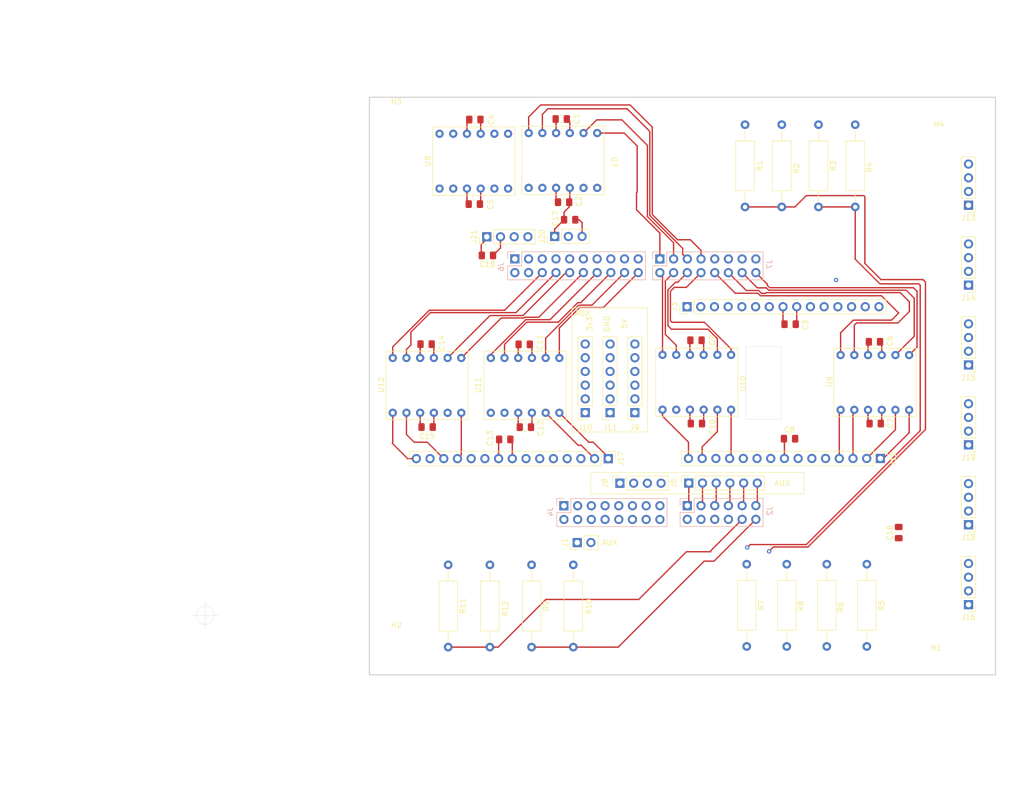
<source format=kicad_pcb>
(kicad_pcb (version 20211014) (generator pcbnew)
  (layers (0 "F.Cu" signal) (1 "In1.Cu" signal) (2 "In2.Cu" signal) (31 "B.Cu" signal) (34 "B.Paste" user) (35 "F.Paste" user) (36 "B.SilkS" user "B.Silkscreen") (37 "F.SilkS" user "F.Silkscreen") (38 "B.Mask" user) (39 "F.Mask" user) (44 "Edge.Cuts" user))
  (net 0 "")
  (net 1 "+3.3V")
  (net 2 "GNDD")
  (net 3 "+5V")
  (net 4 "/Arty Z7/IOREF")
  (net 5 "/Arty Z7/RST")
  (net 6 "/MFL{slash}CS")
  (net 7 "/MFR{slash}CS")
  (net 8 "/MRR{slash}CS")
  (net 9 "/MRL{slash}CS")
  (net 10 "/Motor Driver Front/Dual_VNH3SP30/1DIAG{slash}EN")
  (net 11 "/Motor Driver Front/Dual_VNH3SP30/1INA")
  (net 12 "/Motor Driver Front/Dual_VNH3SP30/1INB")
  (net 13 "/Motor Driver Front/Dual_VNH3SP30/1PWM")
  (net 14 "/Motor Driver Front/Dual_VNH3SP30/1CS")
  (net 17 "/Motor Driver Front/Dual_VNH3SP30/2CS")
  (net 18 "/Motor Driver Front/Dual_VNH3SP30/2PWM")
  (net 19 "/Motor Driver Front/Dual_VNH3SP30/2INA")
  (net 20 "/Motor Driver Front/Dual_VNH3SP30/2INB")
  (net 21 "/Motor Driver Front/Dual_VNH3SP30/2DIAG{slash}EN")
  (net 24 "/Arty Z7/v_p")
  (net 25 "/Arty Z7/v_n")
  (net 26 "/Arty Z7/XVREF")
  (net 27 "/SCL")
  (net 28 "/SDA")
  (net 29 "/MRL{slash}EN")
  (net 30 "/HeartBeat")
  (net 31 "/MRL{slash}INA")
  (net 32 "/MRL{slash}INB")
  (net 33 "/RRENC")
  (net 34 "/MRL{slash}PWM")
  (net 35 "/RLENC")
  (net 36 "/MRR{slash}PWM")
  (net 37 "/MRENC")
  (net 38 "/MRR{slash}INB")
  (net 39 "/MLENC")
  (net 40 "/MR{slash}INA")
  (net 41 "/FRENC")
  (net 42 "/MRR{slash}EN")
  (net 43 "/FLENC")
  (net 44 "/MML{slash}EN")
  (net 45 "/MFL{slash}EN")
  (net 46 "/MFL{slash}INA")
  (net 47 "/MFL{slash}INB")
  (net 48 "/MFL{slash}PWM")
  (net 49 "/MMR{slash}PWM")
  (net 50 "/MFR{slash}PWM")
  (net 51 "/MMR{slash}INB")
  (net 52 "/MFR{slash}INB")
  (net 53 "/MFR{slash}INA")
  (net 54 "/MMR{slash}EN")
  (net 55 "/MFR{slash}EN")
  (net 56 "/Motor Driver Midle/Dual_VNH3SP30/1DIAG{slash}EN")
  (net 57 "/Motor Driver Midle/Dual_VNH3SP30/1INA")
  (net 58 "/Motor Driver Midle/Dual_VNH3SP30/1INB")
  (net 59 "/Motor Driver Midle/Dual_VNH3SP30/1PWM")
  (net 60 "/Motor Driver Midle/Dual_VNH3SP30/1CS")
  (net 63 "/Motor Driver Midle/Dual_VNH3SP30/2CS")
  (net 64 "/Motor Driver Midle/Dual_VNH3SP30/2PWM")
  (net 65 "/Motor Driver Midle/Dual_VNH3SP30/2INA")
  (net 66 "/Motor Driver Midle/Dual_VNH3SP30/2INB")
  (net 67 "/Motor Driver Midle/Dual_VNH3SP30/2DIAG{slash}EN")
  (net 72 "/Motor Driver Rear/Dual_VNH3SP30/1DIAG{slash}EN")
  (net 73 "/Motor Driver Rear/Dual_VNH3SP30/1INA")
  (net 74 "/Motor Driver Rear/Dual_VNH3SP30/1INB")
  (net 75 "/Motor Driver Rear/Dual_VNH3SP30/1PWM")
  (net 76 "/Motor Driver Rear/Dual_VNH3SP30/1CS")
  (net 79 "/Motor Driver Rear/Dual_VNH3SP30/2CS")
  (net 80 "/Motor Driver Rear/Dual_VNH3SP30/2PWM")
  (net 81 "/Motor Driver Rear/Dual_VNH3SP30/2INA")
  (net 82 "/Motor Driver Rear/Dual_VNH3SP30/2INB")
  (net 83 "/Motor Driver Rear/Dual_VNH3SP30/2DIAG{slash}EN")
  (net 92 "/MWL{slash}CS")
  (net 93 "/MMR{slash}CS")
  (net 94 "/MML{slash}INA")
  (net 95 "/MML{slash}INB")
  (net 96 "/MML{slash}PWM")
  (net 97 "/MMR{slash}INA")
  (net 98 "Net-(J2-Pad1)")
  (net 99 "Net-(J2-Pad3)")
  (net 100 "Net-(J2-Pad5)")
  (net 101 "Net-(J2-Pad7)")
  (net 102 "Net-(J2-Pad9)")
  (net 103 "Net-(J2-Pad11)")
  (footprint "project:4ch_level_shifter_Artnr_ 41017630" (layer "F.Cu") (at 209.15 103.84 -90)
    (fp_text reference "U9")
    (fp_text value "4_channel_lvl_converter_Art.nr:_41017630")
  )
  (footprint "Connector_PinHeader_2.54mm:PinHeader_1x04_P2.54mm_Vertical" (layer "F.Cu") (at 226.5 145 180)
    (fp_text reference "J16")
    (fp_text value "A1363xKTTN-1_front_right")
  )
  (footprint "Capacitor_SMD:C_0805_2012Metric_Pad1.18x1.45mm_HandSolder" (layer "F.Cu") (at 126.01 96.74 180)
    (fp_text reference "C14")
    (fp_text value "C_Polarized")
  )
  (footprint "Capacitor_SMD:C_0805_2012Metric_Pad1.18x1.45mm_HandSolder" (layer "F.Cu") (at 151.0475 55.03 180)
    (fp_text reference "C1")
    (fp_text value "C_Polarized")
  )
  (footprint "MountingHole:MountingHole_3.2mm_M3" (layer "F.Cu") (at 226 153)
    (fp_text reference "H1")
    (fp_text value "MountingHole")
  )
  (footprint "Connector_PinSocket_2.54mm:PinSocket_1x06_P2.54mm_Vertical" (layer "F.Cu") (at 155.49 109.42 180)
    (fp_text reference "J10")
    (fp_text value "AUX_3V3")
  )
  (footprint "Capacitor_SMD:C_0805_2012Metric_Pad1.18x1.45mm_HandSolder" (layer "F.Cu") (at 126.2 112.1 180)
    (fp_text reference "C15")
    (fp_text value "C_Polarized")
  )
  (footprint "project:4ch_level_shifter_Artnr_ 41017630" (layer "F.Cu") (at 134.85 62.84 -90)
    (fp_text reference "U8")
    (fp_text value "4_channel_lvl_converter_Art.nr:_41017630")
  )
  (footprint "Capacitor_SMD:C_0805_2012Metric_Pad1.18x1.45mm_HandSolder" (layer "F.Cu") (at 193.34 114.26)
    (fp_text reference "C8")
    (fp_text value "C_Polarized")
  )
  (footprint "Connector_PinHeader_2.54mm:PinHeader_1x03_P2.54mm_Vertical" (layer "F.Cu") (at 149.825 76.79 90)
    (fp_text reference "J20")
    (fp_text value "PH_HBT")
  )
  (footprint "Capacitor_SMD:C_0805_2012Metric_Pad1.18x1.45mm_HandSolder" (layer "F.Cu") (at 209.07 96.31 180)
    (fp_text reference "C6")
    (fp_text value "C_Polarized")
  )
  (footprint "Resistor_THT:R_Axial_DIN0309_L9.0mm_D3.2mm_P15.24mm_Horizontal" (layer "F.Cu") (at 185.41 137.51 -90)
    (fp_text reference "R7")
    (fp_text value "R")
  )
  (footprint "Connector_PinHeader_2.54mm:PinHeader_1x04_P2.54mm_Vertical" (layer "F.Cu") (at 226.5 100.6 180)
    (fp_text reference "J15")
    (fp_text value "A1363xKTTN-1_rear_left")
  )
  (footprint "Connector_PinHeader_2.54mm:PinHeader_1x04_P2.54mm_Vertical" (layer "F.Cu") (at 137.25 76.85 90)
    (fp_text reference "J21")
    (fp_text value "PH_I2C")
  )
  (footprint "Resistor_THT:R_Axial_DIN0309_L9.0mm_D3.2mm_P15.24mm_Horizontal" (layer "F.Cu") (at 200.243332 152.75 90)
    (fp_text reference "R6")
    (fp_text value "R")
  )
  (footprint "Connector_PinHeader_2.54mm:PinHeader_1x15_P2.54mm_Vertical" (layer "F.Cu") (at 174.35 89.81 90)
    (fp_text reference "J3")
    (fp_text value "PH_MC")
  )
  (footprint "Connector_PinHeader_2.54mm:PinHeader_1x04_P2.54mm_Vertical" (layer "F.Cu") (at 226.5 115.4 180)
    (fp_text reference "J19")
    (fp_text value "A1363xKTTN-1_rear_right")
  )
  (footprint "Connector_PinHeader_2.54mm:PinHeader_1x04_P2.54mm_Vertical" (layer "F.Cu") (at 226.5 130.2 180)
    (fp_text reference "J18")
    (fp_text value "A1363xKTTN-1_midle_right")
  )
  (footprint "Capacitor_SMD:C_0805_2012Metric_Pad1.18x1.45mm_HandSolder" (layer "F.Cu") (at 152.61 73.69)
    (fp_text reference "C17")
    (fp_text value "C_Polarized")
  )
  (footprint "Resistor_THT:R_Axial_DIN0309_L9.0mm_D3.2mm_P15.24mm_Horizontal" (layer "F.Cu") (at 191.90111 71.32 90)
    (fp_text reference "R2")
    (fp_text value "R")
  )
  (footprint "Resistor_THT:R_Axial_DIN0309_L9.0mm_D3.2mm_P15.24mm_Horizontal" (layer "F.Cu") (at 145.553332 137.63 -90)
    (fp_text reference "R9")
    (fp_text value "R")
  )
  (footprint "Resistor_THT:R_Axial_DIN0309_L9.0mm_D3.2mm_P15.24mm_Horizontal" (layer "F.Cu") (at 205.51 71.32 90)
    (fp_text reference "R4")
    (fp_text value "R")
  )
  (footprint "Resistor_THT:R_Axial_DIN0309_L9.0mm_D3.2mm_P15.24mm_Horizontal" (layer "F.Cu") (at 185.096666 56.08 -90)
    (fp_text reference "R1")
    (fp_text value "R")
  )
  (footprint "Capacitor_SMD:C_0805_2012Metric_Pad1.18x1.45mm_HandSolder" (layer "F.Cu") (at 140.5775 114.39 180)
    (fp_text reference "C13")
    (fp_text value "C_Polarized")
  )
  (footprint "MountingHole:MountingHole_3.2mm_M3" (layer "F.Cu") (at 120.5 153)
    (fp_text reference "H2")
    (fp_text value "MountingHole")
  )
  (footprint "Capacitor_SMD:C_0805_2012Metric_Pad1.18x1.45mm_HandSolder" (layer "F.Cu") (at 151.48 70.44 180)
    (fp_text reference "C2")
    (fp_text value "C_Polarized")
  )
  (footprint "Connector_PinHeader_2.54mm:PinHeader_1x04_P2.54mm_Vertical" (layer "F.Cu") (at 226.5 85.8 180)
    (fp_text reference "J14")
    (fp_text value "A1363xKTTN-1_midle_left")
  )
  (footprint "Capacitor_SMD:C_0805_2012Metric_Pad1.18x1.45mm_HandSolder" (layer "F.Cu") (at 144.18 96.78 180)
    (fp_text reference "C11")
    (fp_text value "C_Polarized")
  )
  (footprint "project:4ch_level_shifter_Artnr_ 41017630" (layer "F.Cu") (at 144.345 104.38 -90)
    (fp_text reference "U11")
    (fp_text value "4_channel_lvl_converter_Art.nr:_41017630")
  )
  (footprint "Connector_PinHeader_2.54mm:PinHeader_1x15_P2.54mm_Vertical" (layer "F.Cu") (at 159.76 117.95 -90)
    (fp_text reference "J17")
    (fp_text value "PH_MC")
  )
  (footprint "Capacitor_SMD:C_0805_2012Metric_Pad1.18x1.45mm_HandSolder" (layer "F.Cu") (at 193.45 93.04)
    (fp_text reference "C3")
    (fp_text value "C_Polarized")
  )
  (footprint "Connector_PinSocket_2.54mm:PinSocket_1x04_P2.54mm_Vertical" (layer "F.Cu") (at 161.92 122.5 90)
    (fp_text reference "J8")
    (fp_text value "AUX_Ain")
  )
  (footprint "Capacitor_SMD:C_0805_2012Metric_Pad1.18x1.45mm_HandSolder" (layer "F.Cu") (at 137.37 80.3 180)
    (fp_text reference "C18")
    (fp_text value "C_Polarized")
  )
  (footprint "Capacitor_SMD:C_0805_2012Metric_Pad1.18x1.45mm_HandSolder" (layer "F.Cu") (at 135.04 55.13 180)
    (fp_text reference "C4")
    (fp_text value "C_Polarized")
  )
  (footprint "MountingHole:MountingHole_3.2mm_M3" (layer "F.Cu") (at 120.5 56)
    (fp_text reference "H3")
    (fp_text value "MountingHole")
  )
  (footprint "Connector_PinSocket_2.54mm:PinSocket_1x06_P2.54mm_Vertical" (layer "F.Cu") (at 174.675 122.475 90)
    (fp_text reference "J5")
    (fp_text value "AUX_AIO")
  )
  (footprint "Resistor_THT:R_Axial_DIN0309_L9.0mm_D3.2mm_P15.24mm_Horizontal" (layer "F.Cu") (at 137.826666 152.87 90)
    (fp_text reference "R12")
    (fp_text value "R")
  )
  (footprint "Connector_PinHeader_2.54mm:PinHeader_1x15_P2.54mm_Vertical" (layer "F.Cu") (at 210.175 117.92 -90)
    (fp_text reference "J12")
    (fp_text value "PH_MC")
  )
  (footprint "Capacitor_SMD:C_0805_2012Metric_Pad1.18x1.45mm_HandSolder" (layer "F.Cu") (at 144.4 112.12 180)
    (fp_text reference "C12")
    (fp_text value "C_Polarized")
  )
  (footprint "project:4ch_level_shifter_Artnr_ 41017630" (layer "F.Cu") (at 176.16 103.81 -90)
    (fp_text reference "U10")
    (fp_text value "4_channel_lvl_converter_Art.nr:_41017630")
  )
  (footprint "Capacitor_SMD:C_0805_2012Metric_Pad1.18x1.45mm_HandSolder" (layer "F.Cu") (at 176.01 96.02 180)
    (fp_text reference "C9")
    (fp_text value "C_Polarized")
  )
  (footprint "project:4ch_level_shifter_Artnr_ 41017630" (layer "F.Cu") (at 151.36 62.71 -90)
    (fp_text reference "U7")
    (fp_text value "4_channel_lvl_converter_Art.nr:_41017630")
  )
  (footprint "Connector_PinSocket_2.54mm:PinSocket_1x06_P2.54mm_Vertical" (layer "F.Cu") (at 164.69 109.42 180)
    (fp_text reference "J9")
    (fp_text value "AUX_5V")
  )
  (footprint "Resistor_THT:R_Axial_DIN0309_L9.0mm_D3.2mm_P15.24mm_Horizontal" (layer "F.Cu") (at 207.66 137.51 -90)
    (fp_text reference "R5")
    (fp_text value "R")
  )
  (footprint "Resistor_THT:R_Axial_DIN0309_L9.0mm_D3.2mm_P15.24mm_Horizontal" (layer "F.Cu") (at 153.28 152.87 90)
    (fp_text reference "R10")
    (fp_text value "R")
  )
  (footprint "MountingHole:MountingHole_3.2mm_M3" (layer "F.Cu") (at 226.5 56)
    (fp_text reference "H4")
    (fp_text value "MountingHole")
  )
  (footprint "Capacitor_SMD:C_0805_2012Metric_Pad1.18x1.45mm_HandSolder" (layer "F.Cu") (at 209.21 111.45 180)
    (fp_text reference "C7")
    (fp_text value "C_Polarized")
  )
  (footprint "Connector_PinSocket_2.54mm:PinSocket_1x06_P2.54mm_Vertical" (layer "F.Cu") (at 160.09 109.42 180)
    (fp_text reference "J11")
    (fp_text value "AUX_GND")
  )
  (footprint "Capacitor_SMD:C_0805_2012Metric_Pad1.18x1.45mm_HandSolder" (layer "F.Cu") (at 213.57 131.65 90)
    (fp_text reference "C16")
    (fp_text value "C_Polarized")
  )
  (footprint "Capacitor_SMD:C_0805_2012Metric_Pad1.18x1.45mm_HandSolder" (layer "F.Cu") (at 176.09 111.45 180)
    (fp_text reference "C10")
    (fp_text value "C_Polarized")
  )
  (footprint "Resistor_THT:R_Axial_DIN0309_L9.0mm_D3.2mm_P15.24mm_Horizontal" (layer "F.Cu") (at 130.1 137.63 -90)
    (fp_text reference "R11")
    (fp_text value "R")
  )
  (footprint "Connector_PinHeader_2.54mm:PinHeader_1x04_P2.54mm_Vertical" (layer "F.Cu") (at 226.5 71 180)
    (fp_text reference "J13")
    (fp_text value "A1363xKTTN-1_front_left")
  )
  (footprint "Capacitor_SMD:C_0805_2012Metric_Pad1.18x1.45mm_HandSolder" (layer "F.Cu") (at 134.9375 70.79 180)
    (fp_text reference "C5")
    (fp_text value "C_Polarized")
  )
  (footprint "project:4ch_level_shifter_Artnr_ 41017630" (layer "F.Cu") (at 126.18 104.38 -90)
    (fp_text reference "U12")
    (fp_text value "4_channel_lvl_converter_Art.nr:_41017630")
  )
  (footprint "Resistor_THT:R_Axial_DIN0309_L9.0mm_D3.2mm_P15.24mm_Horizontal" (layer "F.Cu") (at 192.826666 152.75 90)
    (fp_text reference "R8")
    (fp_text value "R")
  )
  (footprint "Resistor_THT:R_Axial_DIN0309_L9.0mm_D3.2mm_P15.24mm_Horizontal" (layer "F.Cu") (at 198.705554 56.08 -90)
    (fp_text reference "R3")
    (fp_text value "R")
  )
  (footprint "Connector_PinHeader_2.54mm:PinHeader_1x02_P2.54mm_Vertical" (layer "F.Cu") (at 154 133.5 90)
    (fp_text reference "J1")
    (fp_text value "AUX_IOref")
  )
  (footprint "Connector_PinHeader_2.54mm:PinHeader_2x10_P2.54mm_Vertical" (layer "B.Cu") (at 142.45 80.95 -90)
    (fp_text reference "J6")
    (fp_text value "PH_IO1")
  )
  (footprint "Connector_PinHeader_2.54mm:PinHeader_2x08_P2.54mm_Vertical" (layer "B.Cu") (at 151.54 126.68 -90)
    (fp_text reference "J4")
    (fp_text value "PH_PWR")
  )
  (footprint "Connector_PinHeader_2.54mm:PinHeader_2x06_P2.54mm_Vertical" (layer "B.Cu") (at 174.4 126.66 -90)
    (fp_text reference "J2")
    (fp_text value "PH_Ain")
  )
  (footprint "Connector_PinHeader_2.54mm:PinHeader_2x08_P2.54mm_Vertical" (layer "B.Cu") (at 169.32 80.96 -90)
    (fp_text reference "J7")
    (fp_text value "PH_IO2")
  )
  (gr_rect (start 156.5 120.5) (end 196 124.5) (layer "F.SilkS") (width 0.12) (fill none))
  (gr_rect (start 153 113) (end 167 90) (layer "F.SilkS") (width 0.12) (fill none))
  (gr_rect (start 115.5 158) (end 231.5 51) (layer "Edge.Cuts") (width 0.2) (fill none))
  (gr_rect (start 185.22 97.19) (end 191.79 110.65) (layer "Edge.Cuts") (width 0.05) (fill none))
  (gr_text "AUX" (at 160 133.5) (layer "F.SilkS") (effects (font (size 1 1))))
  (gr_text "3v3\n\nGND\n\n5V" (at 159.5 93 90) (layer "F.SilkS") (effects (font (size 1 1))))
  (gr_text "AUX" (at 192 122.5) (layer "F.SilkS") (effects (font (size 1 1))))
  (gr_text "AUX" (at 155 91) (layer "F.SilkS") (effects (font (size 1 1))))
  (target plus (at 85.1 146.99) (size 5) (width 0.05) (layer "Edge.Cuts"))
  (segment (start 210.1075 96.31) (end 210.42 96.6225) (width 0.25) (layer "F.Cu") (net 1))
  (segment (start 136.0775 55.13) (end 136.12 55.1725) (width 0.25) (layer "F.Cu") (net 1))
  (segment (start 210.42 96.6225) (end 210.42 98.76) (width 0.25) (layer "F.Cu") (net 1))
  (segment (start 152.63 55.575) (end 152.63 57.63) (width 0.25) (layer "F.Cu") (net 1))
  (segment (start 152.085 55.03) (end 152.63 55.575) (width 0.25) (layer "F.Cu") (net 1))
  (segment (start 127.0475 96.74) (end 127.45 97.1425) (width 0.25) (layer "F.Cu") (net 1))
  (segment (start 145.2175 96.78) (end 145.615 97.1775) (width 0.25) (layer "F.Cu") (net 1))
  (segment (start 145.615 97.1775) (end 145.615 99.3) (width 0.25) (layer "F.Cu") (net 1))
  (segment (start 136.12 55.1725) (end 136.12 57.76) (width 0.25) (layer "F.Cu") (net 1))
  (segment (start 177.0475 96.02) (end 177.43 96.4025) (width 0.25) (layer "F.Cu") (net 1))
  (segment (start 127.45 97.1425) (end 127.45 99.3) (width 0.25) (layer "F.Cu") (net 1))
  (segment (start 177.43 96.4025) (end 177.43 98.73) (width 0.25) (layer "F.Cu") (net 1))
  (segment (start 136.22 80.1875) (end 136.3325 80.3) (width 0.25) (layer "F.Cu") (net 2))
  (segment (start 207.88 108.92) (end 207.88 111.1575) (width 0.25) (layer "F.Cu") (net 2))
  (segment (start 133.58 55.5525) (end 133.58 57.76) (width 0.25) (layer "F.Cu") (net 2))
  (segment (start 194.67 89.81) (end 194.67 92.8575) (width 0.25) (layer "F.Cu") (net 2))
  (segment (start 133.58 70.47) (end 133.9 70.79) (width 0.25) (layer "F.Cu") (net 2))
  (segment (start 174.89 96.1025) (end 174.89 98.73) (width 0.25) (layer "F.Cu") (net 2))
  (segment (start 124.91 109.46) (end 124.91 111.8475) (width 0.25) (layer "F.Cu") (net 2))
  (segment (start 143.075 96.8475) (end 143.075 99.3) (width 0.25) (layer "F.Cu") (net 2))
  (segment (start 143.3625 112.12) (end 143.075 111.8325) (width 0.25) (layer "F.Cu") (net 2))
  (segment (start 134.0025 55.13) (end 133.58 55.5525) (width 0.25) (layer "F.Cu") (net 2))
  (segment (start 124.91 96.8025) (end 124.91 99.3) (width 0.25) (layer "F.Cu") (net 2))
  (segment (start 136.22 78.29) (end 136.22 80.1875) (width 0.25) (layer "F.Cu") (net 2))
  (segment (start 137.25 77.26) (end 136.22 78.29) (width 0.25) (layer "F.Cu") (net 2))
  (segment (start 124.91 111.8475) (end 125.1625 112.1) (width 0.25) (layer "F.Cu") (net 2))
  (segment (start 154.37 73.69) (end 154.905 74.225) (width 0.25) (layer "F.Cu") (net 2))
  (segment (start 174.89 108.89) (end 174.89 111.2875) (width 0.25) (layer "F.Cu") (net 2))
  (segment (start 150.09 55.11) (end 150.09 57.63) (width 0.25) (layer "F.Cu") (net 2))
  (segment (start 133.58 67.92) (end 133.58 70.47) (width 0.25) (layer "F.Cu") (net 2))
  (segment (start 150.01 55.03) (end 150.09 55.11) (width 0.25) (layer "F.Cu") (net 2))
  (segment (start 208.0325 96.31) (end 207.88 96.4625) (width 0.25) (layer "F.Cu") (net 2))
  (segment (start 153.6475 73.69) (end 154.37 73.69) (width 0.25) (layer "F.Cu") (net 2))
  (segment (start 174.9725 96.02) (end 174.89 96.1025) (width 0.25) (layer "F.Cu") (net 2))
  (segment (start 139.44 117.95) (end 139.44 114.49) (width 0.25) (layer "F.Cu") (net 2))
  (segment (start 194.67 92.8575) (end 194.4875 93.04) (width 0.25) (layer "F.Cu") (net 2))
  (segment (start 174.89 111.2875) (end 175.0525 111.45) (width 0.25) (layer "F.Cu") (net 2))
  (segment (start 207.88 96.4625) (end 207.88 98.76) (width 0.25) (layer "F.Cu") (net 2))
  (segment (start 207.88 111.1575) (end 208.1725 111.45) (width 0.25) (layer "F.Cu") (net 2))
  (segment (start 124.9725 96.74) (end 124.91 96.8025) (width 0.25) (layer "F.Cu") (net 2))
  (segment (start 143.1425 96.78) (end 143.075 96.8475) (width 0.25) (layer "F.Cu") (net 2))
  (segment (start 143.075 111.8325) (end 143.075 109.46) (width 0.25) (layer "F.Cu") (net 2))
  (segment (start 150.09 67.79) (end 150.09 70.0875) (width 0.25) (layer "F.Cu") (net 2))
  (segment (start 150.09 70.0875) (end 150.4425 70.44) (width 0.25) (layer "F.Cu") (net 2))
  (segment (start 154.905 74.225) (end 154.905 76.79) (width 0.25) (layer "F.Cu") (net 2))
  (segment (start 137.25 76.85) (end 137.25 77.26) (width 0.25) (layer "F.Cu") (net 2))
  (segment (start 192.13 89.81) (end 192.13 92.7575) (width 0.25) (layer "F.Cu") (net 3))
  (segment (start 210.42 108.92) (end 210.42 111.2775) (width 0.25) (layer "F.Cu") (net 3))
  (segment (start 151.5725 72.2775) (end 152.5175 71.3325) (width 0.25) (layer "F.Cu") (net 3))
  (segment (start 136.12 67.92) (end 136.12 70.645) (width 0.25) (layer "F.Cu") (net 3))
  (segment (start 152.63 67.79) (end 152.63 70.3275) (width 0.25) (layer "F.Cu") (net 3))
  (segment (start 151.5725 73.69) (end 149.825 75.4375) (width 0.25) (layer "F.Cu") (net 3))
  (segment (start 177.43 111.1475) (end 177.43 108.89) (width 0.25) (layer "F.Cu") (net 3))
  (segment (start 145.615 109.46) (end 145.615 111.9425) (width 0.25) (layer "F.Cu") (net 3))
  (segment (start 139.79 78.9175) (end 138.4075 80.3) (width 0.25) (layer "F.Cu") (net 3))
  (segment (start 151.5725 73.69) (end 151.5725 72.2775) (width 0.25) (layer "F.Cu") (net 3))
  (segment (start 152.5175 71.3325) (end 152.5175 70.44) (width 0.25) (layer "F.Cu") (net 3))
  (segment (start 127.45 111.8875) (end 127.2375 112.1) (width 0.25) (layer "F.Cu") (net 3))
  (segment (start 139.79 76.85) (end 139.79 78.9175) (width 0.25) (layer "F.Cu") (net 3))
  (segment (start 192.395 114.3525) (end 192.3025 114.26) (width 0.25) (layer "F.Cu") (net 3))
  (segment (start 210.42 111.2775) (end 210.2475 111.45) (width 0.25) (layer "F.Cu") (net 3))
  (segment (start 192.395 117.92) (end 192.395 114.3525) (width 0.25) (layer "F.Cu") (net 3))
  (segment (start 152.63 70.3275) (end 152.5175 70.44) (width 0.25) (layer "F.Cu") (net 3))
  (segment (start 149.825 75.4375) (end 149.825 76.79) (width 0.25) (layer "F.Cu") (net 3))
  (segment (start 145.615 111.9425) (end 145.4375 112.12) (width 0.25) (layer "F.Cu") (net 3))
  (segment (start 177.1275 111.45) (end 177.43 111.1475) (width 0.25) (layer "F.Cu") (net 3))
  (segment (start 127.45 109.46) (end 127.45 111.8875) (width 0.25) (layer "F.Cu") (net 3))
  (segment (start 136.12 70.645) (end 135.975 70.79) (width 0.25) (layer "F.Cu") (net 3))
  (segment (start 192.13 92.7575) (end 192.4125 93.04) (width 0.25) (layer "F.Cu") (net 3))
  (segment (start 141.98 117.95) (end 141.98 114.755) (width 0.25) (layer "F.Cu") (net 3))
  (segment (start 207.3 81.79) (end 210.29 84.78) (width 0.25) (layer "F.Cu") (net 6))
  (segment (start 196.15 69.51) (end 196.44 69.22) (width 0.25) (layer "F.Cu") (net 6))
  (segment (start 218.52 89.17) (end 218.52 112.56069) (width 0.25) (layer "F.Cu") (net 6))
  (segment (start 194.34 71.32) (end 196.15 69.51) (width 0.25) (layer "F.Cu") (net 6))
  (segment (start 190.36 134.32) (end 189.55 135.13) (width 0.25) (layer "F.Cu") (net 6))
  (segment (start 196.44 69.22) (end 207.1 69.22) (width 0.25) (layer "F.Cu") (net 6))
  (segment (start 207.3 69.42) (end 207.3 78.75) (width 0.25) (layer "F.Cu") (net 6))
  (segment (start 196.76069 134.32) (end 190.6 134.32) (width 0.25) (layer "F.Cu") (net 6))
  (segment (start 217.96 84.78) (end 218.01 84.73) (width 0.25) (layer "F.Cu") (net 6))
  (segment (start 190.6 134.32) (end 190.36 134.32) (width 0.25) (layer "F.Cu") (net 6))
  (segment (start 191.90111 71.32) (end 194.34 71.32) (width 0.25) (layer "F.Cu") (net 6))
  (segment (start 218.01 84.73) (end 218.52 85.24) (width 0.25) (layer "F.Cu") (net 6))
  (segment (start 185.096666 71.32) (end 191.90111 71.32) (width 0.25) (layer "F.Cu") (net 6))
  (segment (start 210.29 84.78) (end 217.96 84.78) (width 0.25) (layer "F.Cu") (net 6))
  (segment (start 207.3 78.75) (end 207.3 81.79) (width 0.25) (layer "F.Cu") (net 6))
  (segment (start 218.52 85.24) (end 218.52 89.17) (width 0.25) (layer "F.Cu") (net 6))
  (segment (start 218.52 112.56069) (end 196.76069 134.32) (width 0.25) (layer "F.Cu") (net 6))
  (segment (start 207.1 69.22) (end 207.3 69.42) (width 0.25) (layer "F.Cu") (net 6))
  (via (at 189.55 135.13) (size 0.8) (drill 0.4) (layers "F.Cu" "B.Cu") (net 6))
  (segment (start 217.55 85.85) (end 217.55 112.76431) (width 0.25) (layer "F.Cu") (net 7))
  (segment (start 196.443811 133.870499) (end 186.04838 133.870499) (width 0.25) (layer "F.Cu") (net 7))
  (segment (start 210.08 85.57) (end 217.27 85.57) (width 0.25) (layer "F.Cu") (net 7))
  (segment (start 186.04838 133.870499) (end 185.513379 134.4055) (width 0.25) (layer "F.Cu") (net 7))
  (segment (start 217.27 85.57) (end 217.55 85.85) (width 0.25) (layer "F.Cu") (net 7))
  (segment (start 198.705554 71.32) (end 205.51 71.32) (width 0.25) (layer "F.Cu") (net 7))
  (segment (start 205.51 81) (end 210.08 85.57) (width 0.25) (layer "F.Cu") (net 7))
  (segment (start 205.51 71.32) (end 205.51 81) (width 0.25) (layer "F.Cu") (net 7))
  (segment (start 217.55 112.76431) (end 196.443811 133.870499) (width 0.25) (layer "F.Cu") (net 7))
  (via (at 185.513379 134.4055) (size 0.8) (drill 0.4) (layers "F.Cu" "B.Cu") (net 7))
  (segment (start 137.826666 152.87) (end 130.1 152.87) (width 0.25) (layer "F.Cu") (net 8))
  (segment (start 178.73 135.2) (end 178.73 135.03) (width 0.25) (layer "F.Cu") (net 8))
  (segment (start 137.826666 152.87) (end 139.36 152.87) (width 0.25) (layer "F.Cu") (net 8))
  (segment (start 148.19 144.04) (end 165.4 144.04) (width 0.25) (layer "F.Cu") (net 8))
  (segment (start 139.36 152.87) (end 148.19 144.04) (width 0.25) (layer "F.Cu") (net 8))
  (segment (start 174.24 135.2) (end 178.73 135.2) (width 0.25) (layer "F.Cu") (net 8))
  (segment (start 178.73 135.03) (end 184.56 129.2) (width 0.25) (layer "F.Cu") (net 8))
  (segment (start 165.4 144.04) (end 174.24 135.2) (width 0.25) (layer "F.Cu") (net 8))
  (segment (start 153.28 152.87) (end 161.6 152.87) (width 0.25) (layer "F.Cu") (net 9))
  (segment (start 145.553332 152.87) (end 153.28 152.87) (width 0.25) (layer "F.Cu") (net 9))
  (segment (start 177.53 136.94) (end 179.36 136.94) (width 0.25) (layer "F.Cu") (net 9))
  (segment (start 161.6 152.87) (end 177.53 136.94) (width 0.25) (layer "F.Cu") (net 9))
  (segment (start 179.36 136.94) (end 187.1 129.2) (width 0.25) (layer "F.Cu") (net 9))
  (via (at 201.99 84.86) (size 0.8) (drill 0.4) (layers "F.Cu" "B.Cu") (net 19))
  (segment (start 158.84 89.96) (end 165.31 83.49) (width 0.25) (layer "F.Cu") (net 29))
  (segment (start 150.695 93.735) (end 154.47 89.96) (width 0.25) (layer "F.Cu") (net 29))
  (segment (start 154.47 89.96) (end 158.84 89.96) (width 0.25) (layer "F.Cu") (net 29))
  (segment (start 150.695 99.3) (end 150.695 93.735) (width 0.25) (layer "F.Cu") (net 29))
  (segment (start 148.155 95.63931) (end 154.283811 89.510499) (width 0.25) (layer "F.Cu") (net 31))
  (segment (start 148.155 99.3) (end 148.155 95.63931) (width 0.25) (layer "F.Cu") (net 31))
  (segment (start 156.749501 89.510499) (end 162.77 83.49) (width 0.25) (layer "F.Cu") (net 31))
  (segment (start 154.283811 89.510499) (end 156.749501 89.510499) (width 0.25) (layer "F.Cu") (net 31))
  (segment (start 144.65 92.66) (end 150.49862 92.66) (width 0.25) (layer "F.Cu") (net 32))
  (segment (start 140.535 99.3) (end 140.535 96.775) (width 0.25) (layer "F.Cu") (net 32))
  (segment (start 140.535 96.775) (end 144.65 92.66) (width 0.25) (layer "F.Cu") (net 32))
  (segment (start 154.659002 89.060998) (end 160.23 83.49) (width 0.25) (layer "F.Cu") (net 32))
  (segment (start 150.49862 92.66) (end 154.097622 89.060998) (width 0.25) (layer "F.Cu") (net 32))
  (segment (start 154.097622 89.060998) (end 154.659002 89.060998) (width 0.25) (layer "F.Cu") (net 32))
  (segment (start 148.969501 92.210499) (end 157.69 83.49) (width 0.25) (layer "F.Cu") (net 34))
  (segment (start 137.995 98.67931) (end 144.463811 92.210499) (width 0.25) (layer "F.Cu") (net 34))
  (segment (start 144.463811 92.210499) (end 148.969501 92.210499) (width 0.25) (layer "F.Cu") (net 34))
  (segment (start 137.995 99.3) (end 137.995 98.67931) (width 0.25) (layer "F.Cu") (net 34))
  (segment (start 146.879002 91.760998) (end 155.15 83.49) (width 0.25) (layer "F.Cu") (net 36))
  (segment (start 139.939002 91.890998) (end 144.147622 91.890998) (width 0.25) (layer "F.Cu") (net 36))
  (segment (start 144.277622 91.760998) (end 146.879002 91.760998) (width 0.25) (layer "F.Cu") (net 36))
  (segment (start 144.147622 91.890998) (end 144.277622 91.760998) (width 0.25) (layer "F.Cu") (net 36))
  (segment (start 132.53 99.3) (end 139.939002 91.890998) (width 0.25) (layer "F.Cu") (net 36))
  (segment (start 151.91293 83.49) (end 152.61 83.49) (width 0.25) (layer "F.Cu") (net 38))
  (segment (start 137.848503 91.441497) (end 143.961433 91.441497) (width 0.25) (layer "F.Cu") (net 38))
  (segment (start 143.961433 91.441497) (end 151.91293 83.49) (width 0.25) (layer "F.Cu") (net 38))
  (segment (start 129.99 99.3) (end 137.848503 91.441497) (width 0.25) (layer "F.Cu") (net 38))
  (segment (start 122.37 97.716827) (end 123.19 96.896827) (width 0.25) (layer "F.Cu") (net 40))
  (segment (start 123.19 94.51) (end 126.8 90.9) (width 0.25) (layer "F.Cu") (net 40))
  (segment (start 142.66 90.9) (end 150.07 83.49) (width 0.25) (layer "F.Cu") (net 40))
  (segment (start 126.8 90.9) (end 142.66 90.9) (width 0.25) (layer "F.Cu") (net 40))
  (segment (start 123.19 96.896827) (end 123.19 94.51) (width 0.25) (layer "F.Cu") (net 40))
  (segment (start 122.37 99.3) (end 122.37 97.716827) (width 0.25) (layer "F.Cu") (net 40))
  (segment (start 119.83 97.23431) (end 126.613811 90.450499) (width 0.25) (layer "F.Cu") (net 42))
  (segment (start 140.569501 90.450499) (end 147.53 83.49) (width 0.25) (layer "F.Cu") (net 42))
  (segment (start 126.613811 90.450499) (end 140.569501 90.450499) (width 0.25) (layer "F.Cu") (net 42))
  (segment (start 119.83 99.3) (end 119.83 97.23431) (width 0.25) (layer "F.Cu") (net 42))
  (segment (start 189.65 86.29) (end 216.3 86.29) (width 0.25) (layer "F.Cu") (net 44))
  (segment (start 216.3 86.29) (end 216.96 86.95) (width 0.25) (layer "F.Cu") (net 44))
  (segment (start 216.96 97.3) (end 215.5 98.76) (width 0.25) (layer "F.Cu") (net 44))
  (segment (start 189.22 85.86) (end 189.65 86.29) (width 0.25) (layer "F.Cu") (net 44))
  (segment (start 189.22 85.62) (end 189.22 85.86) (width 0.25) (layer "F.Cu") (net 44))
  (segment (start 216.96 86.95) (end 216.96 97.3) (width 0.25) (layer "F.Cu") (net 44))
  (segment (start 187.1 83.5) (end 189.22 85.62) (width 0.25) (layer "F.Cu") (net 44))
  (segment (start 162.71 57.63) (end 165.11 60.03) (width 0.25) (layer "F.Cu") (net 45))
  (segment (start 157.71 57.63) (end 162.71 57.63) (width 0.25) (layer "F.Cu") (net 45))
  (segment (start 169.32 76.18) (end 169.32 80.96) (width 0.25) (layer "F.Cu") (net 45))
  (segment (start 164.99 68.7) (end 164.99 71.85) (width 0.25) (layer "F.Cu") (net 45))
  (segment (start 165.11 68.58) (end 164.99 68.7) (width 0.25) (layer "F.Cu") (net 45))
  (segment (start 165.11 60.03) (end 165.11 68.58) (width 0.25) (layer "F.Cu") (net 45))
  (segment (start 164.99 71.85) (end 169.32 76.18) (width 0.25) (layer "F.Cu") (net 45))
  (segment (start 167.010998 73.102378) (end 171.86 77.95138) (width 0.25) (layer "F.Cu") (net 46))
  (segment (start 171.86 77.95138) (end 171.86 80.96) (width 0.25) (layer "F.Cu") (net 46))
  (segment (start 167.010998 59.930998) (end 167.010998 73.102378) (width 0.25) (layer "F.Cu") (net 46))
  (segment (start 157.61 55.19) (end 162.27 55.19) (width 0.25) (layer "F.Cu") (net 46))
  (segment (start 162.27 55.19) (end 167.010998 59.930998) (width 0.25) (layer "F.Cu") (net 46))
  (segment (start 155.17 57.63) (end 157.61 55.19) (width 0.25) (layer "F.Cu") (net 46))
  (segment (start 147.55 57.63) (end 147.55 54.16) (width 0.25) (layer "F.Cu") (net 47))
  (segment (start 173.55 79.00569) (end 173.55 80.11) (width 0.25) (layer "F.Cu") (net 47))
  (segment (start 163.26 53.14) (end 167.460499 57.340499) (width 0.25) (layer "F.Cu") (net 47))
  (segment (start 173.55 80.11) (end 174.4 80.96) (width 0.25) (layer "F.Cu") (net 47))
  (segment (start 147.55 54.16) (end 148.57 53.14) (width 0.25) (layer "F.Cu") (net 47))
  (segment (start 167.460499 72.916189) (end 173.55 79.00569) (width 0.25) (layer "F.Cu") (net 47))
  (segment (start 148.57 53.14) (end 163.26 53.14) (width 0.25) (layer "F.Cu") (net 47))
  (segment (start 167.460499 57.340499) (end 167.460499 72.916189) (width 0.25) (layer "F.Cu") (net 47))
  (segment (start 167.91 72.73) (end 172.58 77.4) (width 0.25) (layer "F.Cu") (net 48))
  (segment (start 167.91 56.53) (end 167.91 72.73) (width 0.25) (layer "F.Cu") (net 48))
  (segment (start 147.23 52.43) (end 163.81 52.43) (width 0.25) (layer "F.Cu") (net 48))
  (segment (start 145.01 57.63) (end 145.01 54.65) (width 0.25) (layer "F.Cu") (net 48))
  (segment (start 163.81 52.43) (end 167.91 56.53) (width 0.25) (layer "F.Cu") (net 48))
  (segment (start 176.94 79.38) (end 176.94 80.96) (width 0.25) (layer "F.Cu") (net 48))
  (segment (start 172.58 77.4) (end 174.96 77.4) (width 0.25) (layer "F.Cu") (net 48))
  (segment (start 174.96 77.4) (end 176.94 79.38) (width 0.25) (layer "F.Cu") (net 48))
  (segment (start 145.01 54.65) (end 147.23 52.43) (width 0.25) (layer "F.Cu") (net 48))
  (segment (start 182.51 98.73) (end 182.51 97.63) (width 0.25) (layer "F.Cu") (net 49))
  (segment (start 174.22 86.22) (end 176.94 83.5) (width 0.25) (layer "F.Cu") (net 49))
  (segment (start 171.99 86.22) (end 174.22 86.22) (width 0.25) (layer "F.Cu") (net 49))
  (segment (start 171.56 92.69) (end 171.27 92.4) (width 0.25) (layer "F.Cu") (net 49))
  (segment (start 182.51 97.63) (end 177.57 92.69) (width 0.25) (layer "F.Cu") (net 49))
  (segment (start 177.57 92.69) (end 171.56 92.69) (width 0.25) (layer "F.Cu") (net 49))
  (segment (start 171.27 86.94) (end 171.99 86.22) (width 0.25) (layer "F.Cu") (net 49))
  (segment (start 171.27 92.4) (end 171.27 86.94) (width 0.25) (layer "F.Cu") (net 49))
  (segment (start 170.81 93.32) (end 170.81 86.68) (width 0.25) (layer "F.Cu") (net 51))
  (segment (start 172.63 85.27) (end 174.4 83.5) (width 0.25) (layer "F.Cu") (net 51))
  (segment (start 179.97 95.72569) (end 178.21431 93.97) (width 0.25) (layer "F.Cu") (net 51))
  (segment (start 172.22 85.27) (end 172.63 85.27) (width 0.25) (layer "F.Cu") (net 51))
  (segment (start 178.21431 93.97) (end 171.46 93.97) (width 0.25) (layer "F.Cu") (net 51))
  (segment (start 171.46 93.97) (end 170.81 93.32) (width 0.25) (layer "F.Cu") (net 51))
  (segment (start 179.97 98.73) (end 179.97 95.72569) (width 0.25) (layer "F.Cu") (net 51))
  (segment (start 170.81 86.68) (end 172.22 85.27) (width 0.25) (layer "F.Cu") (net 51))
  (segment (start 169.81 98.73) (end 169.81 83.99) (width 0.25) (layer "F.Cu") (net 54))
  (segment (start 169.81 83.99) (end 169.32 83.5) (width 0.25) (layer "F.Cu") (net 54))
  (segment (start 210.175 117.92) (end 210.73 117.92) (width 0.25) (layer "F.Cu") (net 56))
  (segment (start 215.5 113.15) (end 215.5 108.92) (width 0.25) (layer "F.Cu") (net 56))
  (segment (start 210.73 117.92) (end 215.5 113.15) (width 0.25) (layer "F.Cu") (net 56))
  (segment (start 207.635 117.92) (end 212.96 112.595) (width 0.25) (layer "F.Cu") (net 57))
  (segment (start 212.96 112.595) (end 212.96 108.92) (width 0.25) (layer "F.Cu") (net 57))
  (segment (start 205.095 109.165) (end 205.34 108.92) (width 0.25) (layer "F.Cu") (net 58))
  (segment (start 205.095 117.92) (end 205.095 109.165) (width 0.25) (layer "F.Cu") (net 58))
  (segment (start 202.555 109.165) (end 202.8 108.92) (width 0.25) (layer "F.Cu") (net 59))
  (segment (start 202.555 117.92) (end 202.555 109.165) (width 0.25) (layer "F.Cu") (net 59))
  (segment (start 182.51 117.645) (end 182.235 117.92) (width 0.25) (layer "F.Cu") (net 64))
  (segment (start 182.51 108.89) (end 182.51 117.645) (width 0.25) (layer "F.Cu") (net 64))
  (segment (start 177.155 115.755) (end 177.155 117.92) (width 0.25) (layer "F.Cu") (net 66))
  (segment (start 179.97 112.94) (end 177.155 115.755) (width 0.25) (layer "F.Cu") (net 66))
  (segment (start 179.97 108.89) (end 179.97 112.94) (width 0.25) (layer "F.Cu") (net 66))
  (segment (start 169.81 108.89) (end 169.81 110.09) (width 0.25) (layer "F.Cu") (net 67))
  (segment (start 169.81 110.09) (end 174.615 114.895) (width 0.25) (layer "F.Cu") (net 67))
  (segment (start 174.615 114.895) (end 174.615 117.92) (width 0.25) (layer "F.Cu") (net 67))
  (segment (start 156.96 114.9) (end 159.76 117.7) (width 0.25) (layer "F.Cu") (net 72))
  (segment (start 159.76 117.7) (end 159.76 117.95) (width 0.25) (layer "F.Cu") (net 72))
  (segment (start 150.695 109.46) (end 156.135 114.9) (width 0.25) (layer "F.Cu") (net 72))
  (segment (start 156.135 114.9) (end 156.96 114.9) (width 0.25) (layer "F.Cu") (net 72))
  (segment (start 154.165 115.47) (end 154.74 115.47) (width 0.25) (layer "F.Cu") (net 73))
  (segment (start 154.74 115.47) (end 157.22 117.95) (width 0.25) (layer "F.Cu") (net 73))
  (segment (start 148.155 109.46) (end 154.165 115.47) (width 0.25) (layer "F.Cu") (net 73))
  (segment (start 132.53 117.24) (end 131.82 117.95) (width 0.25) (layer "F.Cu") (net 80))
  (segment (start 132.53 109.46) (end 132.53 117.24) (width 0.25) (layer "F.Cu") (net 80))
  (segment (start 123.79 114.9) (end 126.23 114.9) (width 0.25) (layer "F.Cu") (net 81))
  (segment (start 122.37 109.46) (end 122.37 113.48) (width 0.25) (layer "F.Cu") (net 81))
  (segment (start 122.37 113.48) (end 123.79 114.9) (width 0.25) (layer "F.Cu") (net 81))
  (segment (start 126.23 114.9) (end 129.28 117.95) (width 0.25) (layer "F.Cu") (net 81))
  (segment (start 119.76 115.13) (end 119.83 115.06) (width 0.25) (layer "F.Cu") (net 83))
  (segment (start 122.58 117.95) (end 119.76 115.13) (width 0.25) (layer "F.Cu") (net 83))
  (segment (start 119.83 115.06) (end 119.83 109.46) (width 0.25) (layer "F.Cu") (net 83))
  (segment (start 124.2 117.95) (end 122.58 117.95) (width 0.25) (layer "F.Cu") (net 83))
  (segment (start 212.96 98.76) (end 216.44 95.28) (width 0.25) (layer "F.Cu") (net 94))
  (segment (start 187.369501 86.309501) (end 184.56 83.5) (width 0.25) (layer "F.Cu") (net 94))
  (segment (start 189.033811 86.309501) (end 187.369501 86.309501) (width 0.25) (layer "F.Cu") (net 94))
  (segment (start 189.463811 86.739501) (end 189.033811 86.309501) (width 0.25) (layer "F.Cu") (net 94))
  (segment (start 216.44 95.28) (end 216.44 88.23) (width 0.25) (layer "F.Cu") (net 94))
  (segment (start 214.949501 86.739501) (end 189.463811 86.739501) (width 0.25) (layer "F.Cu") (net 94))
  (segment (start 216.44 88.23) (end 214.949501 86.739501) (width 0.25) (layer "F.Cu") (net 94))
  (segment (start 205.76 92.81) (end 213.42 92.81) (width 0.25) (layer "F.Cu") (net 95))
  (segment (start 185.329002 86.809002) (end 182.02 83.5) (width 0.25) (layer "F.Cu") (net 95))
  (segment (start 213.839002 87.189002) (end 189.022378 87.189002) (width 0.25) (layer "F.Cu") (net 95))
  (segment (start 215.54 88.89) (end 213.839002 87.189002) (width 0.25) (layer "F.Cu") (net 95))
  (segment (start 189.022378 87.189002) (end 188.882378 87.329002) (width 0.25) (layer "F.Cu") (net 95))
  (segment (start 215.54 90.69) (end 215.54 88.89) (width 0.25) (layer "F.Cu") (net 95))
  (segment (start 205.34 93.23) (end 205.76 92.81) (width 0.25) (layer "F.Cu") (net 95))
  (segment (start 188.882378 87.329002) (end 188.137622 87.329002) (width 0.25) (layer "F.Cu") (net 95))
  (segment (start 205.34 98.76) (end 205.34 93.23) (width 0.25) (layer "F.Cu") (net 95))
  (segment (start 188.137622 87.329002) (end 187.617622 86.809002) (width 0.25) (layer "F.Cu") (net 95))
  (segment (start 187.617622 86.809002) (end 185.329002 86.809002) (width 0.25) (layer "F.Cu") (net 95))
  (segment (start 213.42 92.81) (end 215.54 90.69) (width 0.25) (layer "F.Cu") (net 95))
  (segment (start 213.56 90.97) (end 210.368503 87.778503) (width 0.25) (layer "F.Cu") (net 96))
  (segment (start 205.15 92.29) (end 212.24 92.29) (width 0.25) (layer "F.Cu") (net 96))
  (segment (start 183.289501 87.309501) (end 179.48 83.5) (width 0.25) (layer "F.Cu") (net 96))
  (segment (start 187.482431 87.309501) (end 183.289501 87.309501) (width 0.25) (layer "F.Cu") (net 96))
  (segment (start 212.24 92.29) (end 213.56 90.97) (width 0.25) (layer "F.Cu") (net 96))
  (segment (start 187.951433 87.778503) (end 187.482431 87.309501) (width 0.25) (layer "F.Cu") (net 96))
  (segment (start 202.8 98.76) (end 202.8 94.64) (width 0.25) (layer "F.Cu") (net 96))
  (segment (start 210.368503 87.778503) (end 187.951433 87.778503) (width 0.25) (layer "F.Cu") (net 96))
  (segment (start 202.8 94.64) (end 205.15 92.29) (width 0.25) (layer "F.Cu") (net 96))
  (segment (start 172.35 98.73) (end 172.35 96.97) (width 0.25) (layer "F.Cu") (net 97))
  (segment (start 172.35 96.97) (end 170.33 94.95) (width 0.25) (layer "F.Cu") (net 97))
  (segment (start 170.33 85.03) (end 171.86 83.5) (width 0.25) (layer "F.Cu") (net 97))
  (segment (start 170.33 94.95) (end 170.33 85.03) (width 0.25) (layer "F.Cu") (net 97))
  (segment (start 174.675 126.385) (end 174.4 126.66) (width 0.25) (layer "F.Cu") (net 98))
  (segment (start 174.675 122.475) (end 174.675 126.385) (width 0.25) (layer "F.Cu") (net 98))
  (segment (start 177.215 122.475) (end 177.215 126.385) (width 0.25) (layer "F.Cu") (net 99))
  (segment (start 177.215 126.385) (end 176.94 126.66) (width 0.25) (layer "F.Cu") (net 99))
  (segment (start 179.755 126.385) (end 179.48 126.66) (width 0.25) (layer "F.Cu") (net 100))
  (segment (start 179.755 122.475) (end 179.755 126.385) (width 0.25) (layer "F.Cu") (net 100))
  (segment (start 182.295 122.475) (end 182.295 126.385) (width 0.25) (layer "F.Cu") (net 101))
  (segment (start 182.295 126.385) (end 182.02 126.66) (width 0.25) (layer "F.Cu") (net 101))
  (segment (start 184.835 126.385) (end 184.56 126.66) (width 0.25) (layer "F.Cu") (net 102))
  (segment (start 184.835 122.475) (end 184.835 126.385) (width 0.25) (layer "F.Cu") (net 102))
  (segment (start 187.375 122.475) (end 187.375 126.385) (width 0.25) (layer "F.Cu") (net 103))
  (segment (start 187.375 126.385) (end 187.1 126.66) (width 0.25) (layer "F.Cu") (net 103))
)
</source>
